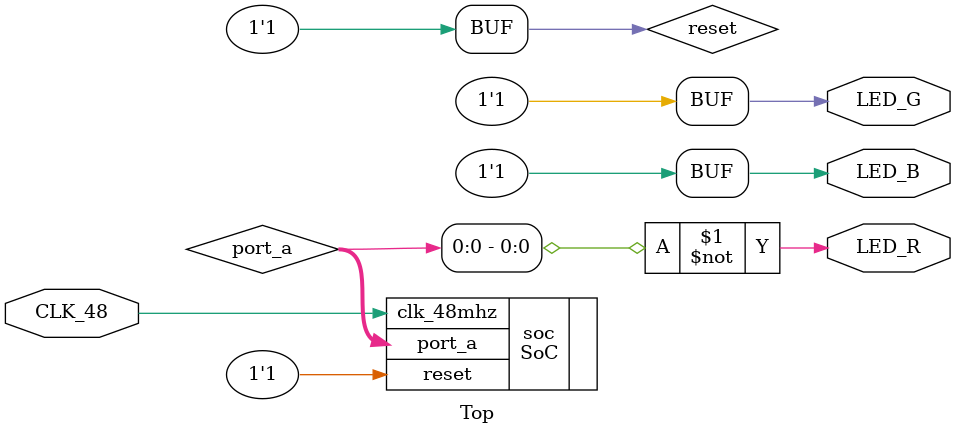
<source format=sv>

module Top
(
	input logic CLK_48,
	// Note: the default .lpf has the Red and Green backwards
	output logic LED_R,
	output logic LED_G,
	output logic LED_B
);

// logic [26:0] counter = 0;

assign LED_R = ~port_a[0];//~counter[23];
assign LED_G = 1'b1;//~port_a[1];
assign LED_B = 1'b1;//~port_a[2];

// always @(posedge CLK_48) begin
// 	counter <= counter + 1;
// end

logic reset = 1'b1;
logic [7:0] port_a;

SoC soc(
	.clk_48mhz(CLK_48),
	.reset(reset),
	.port_a(port_a)//,
	// .counter(counter)
);

endmodule

</source>
